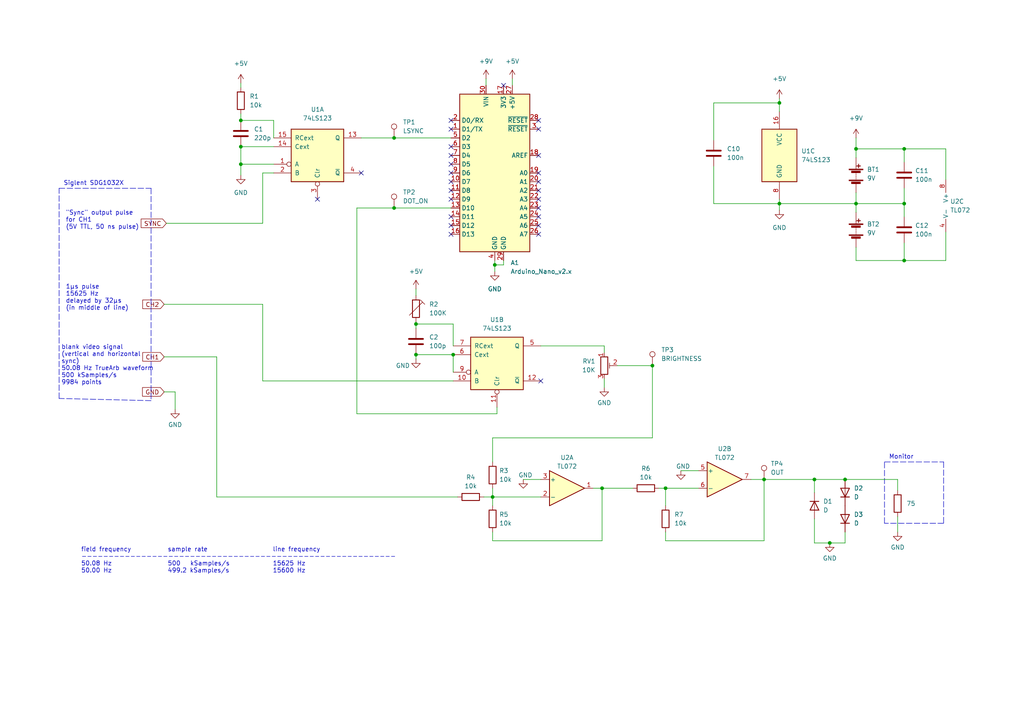
<source format=kicad_sch>
(kicad_sch (version 20211123) (generator eeschema)
  (paper "A4")
  (title_block (title "Test video signal generation") (date "2024-09-18") (company "Edwin Steiner"))
  (lib_symbols
    (symbol "74xx:74LS123" (pin_names (offset 1.016))
      (property "Reference" "U" (at -7.62 8.89 0))
      (property "Value" "74LS123" (at -7.62 -8.89 0))
      (symbol "74LS123_1_0"
        (pin input inverted (at -12.7 -2.54 0) (length 5.08) (name "A") (number "1"))
        (pin output line (at 12.7 5.08 180) (length 5.08) (name "Q") (number "13"))
        (pin input line (at -12.7 2.54 0) (length 5.08) (name "Cext") (number "14"))
        (pin input line (at -12.7 5.08 0) (length 5.08) (name "RCext") (number "15"))
        (pin input line (at -12.7 -5.08 0) (length 5.08) (name "B") (number "2"))
        (pin input inverted (at 0 -12.7 90) (length 5.08) (name "Clr") (number "3"))
        (pin output line (at 12.7 -5.08 180) (length 5.08) (name "~{Q}") (number "4"))
      )
      (symbol "74LS123_1_1"
        (rectangle (start -7.62 7.62) (end 7.62 -7.62) (stroke (width 0.254)) (fill (type background)))
      )
      (symbol "74LS123_2_0"
        (pin input line (at -12.7 -5.08 0) (length 5.08) (name "B") (number "10"))
        (pin input inverted (at 0 -12.7 90) (length 5.08) (name "Clr") (number "11"))
        (pin output line (at 12.7 -5.08 180) (length 5.08) (name "~{Q}") (number "12"))
        (pin output line (at 12.7 5.08 180) (length 5.08) (name "Q") (number "5"))
        (pin input line (at -12.7 2.54 0) (length 5.08) (name "Cext") (number "6"))
        (pin input line (at -12.7 5.08 0) (length 5.08) (name "RCext") (number "7"))
        (pin input inverted (at -12.7 -2.54 0) (length 5.08) (name "A") (number "9"))
      )
      (symbol "74LS123_2_1"
        (rectangle (start -7.62 7.62) (end 7.62 -7.62) (stroke (width 0.254)) (fill (type background)))
      )
      (symbol "74LS123_3_0"
        (pin power_in line (at 0 12.7 270) (length 5.08) (name "VCC") (number "16"))
        (pin power_in line (at 0 -12.7 90) (length 5.08) (name "GND") (number "8"))
      )
      (symbol "74LS123_3_1"
        (rectangle (start -5.08 7.62) (end 5.08 -7.62) (stroke (width 0.254)) (fill (type background)))
      )
    )
    (symbol "Amplifier_Operational:TL072" (pin_names (offset 0.127))
      (property "Reference" "U" (at 0 5.08 0))
      (property "Value" "TL072" (at 0 -5.08 0))
      (symbol "TL072_1_1"
        (polyline (pts (xy -5.08 5.08) (xy 5.08 0) (xy -5.08 -5.08) (xy -5.08 5.08)) (stroke (width 0.254)) (fill (type background)))
        (pin output line (at 7.62 0 180) (length 2.54) (name "~") (number "1"))
        (pin input line (at -7.62 -2.54 0) (length 2.54) (name "-") (number "2"))
        (pin input line (at -7.62 2.54 0) (length 2.54) (name "+") (number "3"))
      )
      (symbol "TL072_2_1"
        (polyline (pts (xy -5.08 5.08) (xy 5.08 0) (xy -5.08 -5.08) (xy -5.08 5.08)) (stroke (width 0.254)) (fill (type background)))
        (pin input line (at -7.62 2.54 0) (length 2.54) (name "+") (number "5"))
        (pin input line (at -7.62 -2.54 0) (length 2.54) (name "-") (number "6"))
        (pin output line (at 7.62 0 180) (length 2.54) (name "~") (number "7"))
      )
      (symbol "TL072_3_1"
        (pin power_in line (at -2.54 -7.62 90) (length 3.81) (name "V-") (number "4"))
        (pin power_in line (at -2.54 7.62 270) (length 3.81) (name "V+") (number "8"))
      )
    )
    (symbol "Connector:TestPoint" (pin_numbers hide) (pin_names (offset 0.762) hide)
      (property "Reference" "TP" (at 0 6.858 0))
      (property "Value" "TestPoint" (at 0 5.08 0))
      (symbol "TestPoint_0_1"
        (circle (center 0 3.302) (radius 0.762))
      )
      (symbol "TestPoint_1_1"
        (pin passive line (at 0 0 90) (length 2.54) (name "1") (number "1"))
      )
    )
    (symbol "Device:Battery" (pin_numbers hide) (pin_names (offset 0) hide)
      (property "Reference" "BT" (at 2.54 2.54 0))
      (property "Value" "Battery" (at 2.54 0 0))
      (symbol "Battery_0_1"
        (rectangle (start -2.032 -1.397) (end 2.032 -1.651) (fill (type outline)))
        (rectangle (start -2.032 1.778) (end 2.032 1.524) (fill (type outline)))
        (rectangle (start -1.3208 -1.9812) (end 1.27 -2.4892) (fill (type outline)))
        (rectangle (start -1.3208 1.1938) (end 1.27 0.6858) (fill (type outline)))
        (polyline (pts (xy 0 -1.524) (xy 0 -1.27)))
        (polyline (pts (xy 0 -1.016) (xy 0 -0.762)))
        (polyline (pts (xy 0 -0.508) (xy 0 -0.254)))
        (polyline (pts (xy 0 0) (xy 0 0.254)))
        (polyline (pts (xy 0 0.508) (xy 0 0.762)))
        (polyline (pts (xy 0 1.778) (xy 0 2.54)))
        (polyline (pts (xy 0.254 2.667) (xy 1.27 2.667)) (stroke (width 0.254)))
        (polyline (pts (xy 0.762 3.175) (xy 0.762 2.159)) (stroke (width 0.254)))
      )
      (symbol "Battery_1_1"
        (pin passive line (at 0 5.08 270) (length 2.54) (name "+") (number "1"))
        (pin passive line (at 0 -5.08 90) (length 2.54) (name "-") (number "2"))
      )
    )
    (symbol "Device:C" (pin_numbers hide) (pin_names (offset 0.254))
      (property "Reference" "C" (at 0.635 2.54 0))
      (property "Value" "C" (at 0.635 -2.54 0))
      (symbol "C_0_1"
        (polyline (pts (xy -2.032 -0.762) (xy 2.032 -0.762)) (stroke (width 0.508)))
        (polyline (pts (xy -2.032 0.762) (xy 2.032 0.762)) (stroke (width 0.508)))
      )
      (symbol "C_1_1"
        (pin passive line (at 0 3.81 270) (length 2.794) (name "~") (number "1"))
        (pin passive line (at 0 -3.81 90) (length 2.794) (name "~") (number "2"))
      )
    )
    (symbol "Device:D" (pin_numbers hide) (pin_names (offset 1.016) hide)
      (property "Reference" "D" (at 0 2.54 0))
      (property "Value" "D" (at 0 -2.54 0))
      (symbol "D_0_1"
        (polyline (pts (xy -1.27 1.27) (xy -1.27 -1.27)) (stroke (width 0.254)))
        (polyline (pts (xy 1.27 0) (xy -1.27 0)))
        (polyline (pts (xy 1.27 1.27) (xy 1.27 -1.27) (xy -1.27 0) (xy 1.27 1.27)) (stroke (width 0.254)))
      )
      (symbol "D_1_1"
        (pin passive line (at -3.81 0 0) (length 2.54) (name "K") (number "1"))
        (pin passive line (at 3.81 0 180) (length 2.54) (name "A") (number "2"))
      )
    )
    (symbol "Device:R" (pin_numbers hide) (pin_names (offset 0))
      (property "Reference" "R" (at 2.032 0 90))
      (property "Value" "R" (at 0 0 90))
      (symbol "R_0_1"
        (rectangle (start -1.016 -2.54) (end 1.016 2.54) (stroke (width 0.254)))
      )
      (symbol "R_1_1"
        (pin passive line (at 0 3.81 270) (length 1.27) (name "~") (number "1"))
        (pin passive line (at 0 -3.81 90) (length 1.27) (name "~") (number "2"))
      )
    )
    (symbol "Device:R_Potentiometer_Trim" (pin_names (offset 1.016) hide)
      (property "Reference" "RV" (at -4.445 0 90))
      (property "Value" "R_Potentiometer_Trim" (at -2.54 0 90))
      (symbol "R_Potentiometer_Trim_0_1"
        (polyline (pts (xy 1.524 0.762) (xy 1.524 -0.762)))
        (polyline (pts (xy 2.54 0) (xy 1.524 0)))
        (rectangle (start 1.016 2.54) (end -1.016 -2.54) (stroke (width 0.254)))
      )
      (symbol "R_Potentiometer_Trim_1_1"
        (pin passive line (at 0 3.81 270) (length 1.27) (name "1") (number "1"))
        (pin passive line (at 3.81 0 180) (length 1.27) (name "2") (number "2"))
        (pin passive line (at 0 -3.81 90) (length 1.27) (name "3") (number "3"))
      )
    )
    (symbol "Device:R_Trim" (pin_numbers hide) (pin_names (offset 0))
      (property "Reference" "R" (at 2.54 -2.54 90))
      (property "Value" "R_Trim" (at -2.54 -0.635 90))
      (symbol "R_Trim_0_1"
        (rectangle (start -1.016 -2.54) (end 1.016 2.54) (stroke (width 0.254)))
        (polyline (pts (xy -1.905 -1.905) (xy 1.905 1.905) (xy 2.54 1.27) (xy 1.27 2.54)))
      )
      (symbol "R_Trim_1_1"
        (pin passive line (at 0 3.81 270) (length 1.27) (name "~") (number "1"))
        (pin passive line (at 0 -3.81 90) (length 1.27) (name "~") (number "2"))
      )
    )
    (symbol "MCU_Module:Arduino_Nano_v2.x"
      (property "Reference" "A" (at -10.16 23.495 0))
      (property "Value" "Arduino_Nano_v2.x" (at 5.08 -24.13 0))
      (symbol "Arduino_Nano_v2.x_0_1"
        (rectangle (start -10.16 22.86) (end 10.16 -22.86) (stroke (width 0.254)) (fill (type background)))
      )
      (symbol "Arduino_Nano_v2.x_1_1"
        (pin bidirectional line (at -12.7 12.7 0) (length 2.54) (name "D1/TX") (number "1"))
        (pin bidirectional line (at -12.7 -2.54 0) (length 2.54) (name "D7") (number "10"))
        (pin bidirectional line (at -12.7 -5.08 0) (length 2.54) (name "D8") (number "11"))
        (pin bidirectional line (at -12.7 -7.62 0) (length 2.54) (name "D9") (number "12"))
        (pin bidirectional line (at -12.7 -10.16 0) (length 2.54) (name "D10") (number "13"))
        (pin bidirectional line (at -12.7 -12.7 0) (length 2.54) (name "D11") (number "14"))
        (pin bidirectional line (at -12.7 -15.24 0) (length 2.54) (name "D12") (number "15"))
        (pin bidirectional line (at -12.7 -17.78 0) (length 2.54) (name "D13") (number "16"))
        (pin power_out line (at 2.54 25.4 270) (length 2.54) (name "3V3") (number "17"))
        (pin input line (at 12.7 5.08 180) (length 2.54) (name "AREF") (number "18"))
        (pin bidirectional line (at 12.7 0 180) (length 2.54) (name "A0") (number "19"))
        (pin bidirectional line (at -12.7 15.24 0) (length 2.54) (name "D0/RX") (number "2"))
        (pin bidirectional line (at 12.7 -2.54 180) (length 2.54) (name "A1") (number "20"))
        (pin bidirectional line (at 12.7 -5.08 180) (length 2.54) (name "A2") (number "21"))
        (pin bidirectional line (at 12.7 -7.62 180) (length 2.54) (name "A3") (number "22"))
        (pin bidirectional line (at 12.7 -10.16 180) (length 2.54) (name "A4") (number "23"))
        (pin bidirectional line (at 12.7 -12.7 180) (length 2.54) (name "A5") (number "24"))
        (pin bidirectional line (at 12.7 -15.24 180) (length 2.54) (name "A6") (number "25"))
        (pin bidirectional line (at 12.7 -17.78 180) (length 2.54) (name "A7") (number "26"))
        (pin power_out line (at 5.08 25.4 270) (length 2.54) (name "+5V") (number "27"))
        (pin input line (at 12.7 15.24 180) (length 2.54) (name "~{RESET}") (number "28"))
        (pin power_in line (at 2.54 -25.4 90) (length 2.54) (name "GND") (number "29"))
        (pin input line (at 12.7 12.7 180) (length 2.54) (name "~{RESET}") (number "3"))
        (pin power_in line (at -2.54 25.4 270) (length 2.54) (name "VIN") (number "30"))
        (pin power_in line (at 0 -25.4 90) (length 2.54) (name "GND") (number "4"))
        (pin bidirectional line (at -12.7 10.16 0) (length 2.54) (name "D2") (number "5"))
        (pin bidirectional line (at -12.7 7.62 0) (length 2.54) (name "D3") (number "6"))
        (pin bidirectional line (at -12.7 5.08 0) (length 2.54) (name "D4") (number "7"))
        (pin bidirectional line (at -12.7 2.54 0) (length 2.54) (name "D5") (number "8"))
        (pin bidirectional line (at -12.7 0 0) (length 2.54) (name "D6") (number "9"))
      )
    )
    (symbol "power:+5V" (power) (pin_names (offset 0))
      (property "Value" "+5V" (at 0 3.556 0))
      (symbol "+5V_0_1"
        (polyline (pts (xy -0.762 1.27) (xy 0 2.54)))
        (polyline (pts (xy 0 0) (xy 0 2.54)))
        (polyline (pts (xy 0 2.54) (xy 0.762 1.27)))
      )
      (symbol "+5V_1_1"
        (pin power_in line (at 0 0 90) (length 0) hide (name "+5V") (number "1"))
      )
    )
    (symbol "power:+9V" (power) (pin_names (offset 0))
      (property "Value" "+9V" (at 0 3.556 0))
      (symbol "+9V_0_1"
        (polyline (pts (xy -0.762 1.27) (xy 0 2.54)))
        (polyline (pts (xy 0 0) (xy 0 2.54)))
        (polyline (pts (xy 0 2.54) (xy 0.762 1.27)))
      )
      (symbol "+9V_1_1"
        (pin power_in line (at 0 0 90) (length 0) hide (name "+9V") (number "1"))
      )
    )
    (symbol "power:GND" (power) (pin_names (offset 0))
      (property "Value" "GND" (at 0 -3.81 0))
      (symbol "GND_0_1"
        (polyline (pts (xy 0 0) (xy 0 -1.27) (xy 1.27 -1.27) (xy 0 -2.54) (xy -1.27 -1.27) (xy 0 -1.27)))
      )
      (symbol "GND_1_1"
        (pin power_in line (at 0 0 270) (length 0) hide (name "GND") (number "1"))
      )
    )
  )
  (junction (at 262.255 59.055))
  (junction (at 262.255 43.18))
  (junction (at 69.85 34.925))
  (junction (at 248.285 59.055))
  (junction (at 226.06 59.055))
  (junction (at 120.65 93.98))
  (junction (at 226.06 29.845))
  (junction (at 174.625 141.605))
  (junction (at 262.255 75.565))
  (junction (at 69.85 42.545))
  (junction (at 248.285 43.18))
  (junction (at 120.65 102.87))
  (junction (at 245.11 139.065))
  (junction (at 114.3 60.325))
  (junction (at 114.3 40.005))
  (junction (at 69.85 47.625))
  (junction (at 193.04 141.605))
  (junction (at 240.665 157.48))
  (junction (at 142.875 144.145))
  (junction (at 221.615 139.065))
  (junction (at 143.51 76.835))
  (junction (at 236.22 139.065))
  (junction (at 189.23 106.045))
  (junction (at 131.445 102.87))
  (no_connect (at 156.21 67.945))
  (no_connect (at 156.21 65.405))
  (no_connect (at 92.075 57.785))
  (no_connect (at 156.21 34.925))
  (no_connect (at 156.21 37.465))
  (no_connect (at 156.21 52.705))
  (no_connect (at 104.775 50.165))
  (no_connect (at 130.81 37.465))
  (no_connect (at 156.21 62.865))
  (no_connect (at 130.81 57.785))
  (no_connect (at 130.81 47.625))
  (no_connect (at 130.81 45.085))
  (no_connect (at 156.21 50.165))
  (no_connect (at 156.21 57.785))
  (no_connect (at 130.81 34.925))
  (no_connect (at 130.81 65.405))
  (no_connect (at 130.81 55.245))
  (no_connect (at 130.81 67.945))
  (no_connect (at 156.21 55.245))
  (no_connect (at 146.05 24.765))
  (no_connect (at 156.21 60.325))
  (no_connect (at 130.81 50.165))
  (no_connect (at 156.21 45.085))
  (no_connect (at 130.81 42.545))
  (no_connect (at 130.81 62.865))
  (no_connect (at 130.81 52.705))
  (no_connect (at 156.845 110.49))
  (wire (pts (xy 143.51 75.565) (xy 143.51 76.835)))
  (wire (pts (xy 262.255 70.485) (xy 262.255 75.565)))
  (polyline (pts (xy 256.54 133.985) (xy 273.685 133.985)))
  (wire (pts (xy 76.2 110.49) (xy 131.445 110.49)))
  (wire (pts (xy 207.01 29.845) (xy 226.06 29.845)))
  (wire (pts (xy 142.875 127) (xy 189.23 127)))
  (wire (pts (xy 193.04 156.845) (xy 193.04 154.305)))
  (wire (pts (xy 76.2 88.265) (xy 76.2 110.49)))
  (wire (pts (xy 260.35 149.86) (xy 260.35 154.305)))
  (wire (pts (xy 193.04 141.605) (xy 193.04 146.685)))
  (wire (pts (xy 69.85 33.02) (xy 69.85 34.925)))
  (wire (pts (xy 62.865 103.505) (xy 62.865 144.145)))
  (wire (pts (xy 175.26 109.855) (xy 175.26 112.395)))
  (wire (pts (xy 207.01 48.26) (xy 207.01 59.055)))
  (wire (pts (xy 236.22 150.495) (xy 236.22 157.48)))
  (wire (pts (xy 79.375 34.925) (xy 79.375 40.005)))
  (wire (pts (xy 103.505 60.325) (xy 114.3 60.325)))
  (polyline (pts (xy 43.815 54.61) (xy 43.815 116.205)))
  (wire (pts (xy 62.865 144.145) (xy 132.715 144.145)))
  (wire (pts (xy 245.11 157.48) (xy 245.11 154.305)))
  (wire (pts (xy 69.85 34.925) (xy 79.375 34.925)))
  (wire (pts (xy 193.04 141.605) (xy 202.565 141.605)))
  (wire (pts (xy 69.85 24.13) (xy 69.85 25.4)))
  (wire (pts (xy 48.26 64.77) (xy 76.2 64.77)))
  (polyline (pts (xy 256.54 151.765) (xy 256.54 133.985)))
  (wire (pts (xy 226.06 28.575) (xy 226.06 29.845)))
  (wire (pts (xy 114.3 40.005) (xy 130.81 40.005)))
  (wire (pts (xy 50.8 113.665) (xy 50.8 118.745)))
  (wire (pts (xy 189.23 106.045) (xy 189.23 127)))
  (wire (pts (xy 140.97 22.86) (xy 140.97 24.765)))
  (wire (pts (xy 274.32 75.565) (xy 274.32 67.31)))
  (wire (pts (xy 76.2 50.165) (xy 79.375 50.165)))
  (wire (pts (xy 142.875 127) (xy 142.875 133.985)))
  (wire (pts (xy 76.2 64.77) (xy 76.2 50.165)))
  (wire (pts (xy 248.285 55.88) (xy 248.285 59.055)))
  (wire (pts (xy 69.85 47.625) (xy 79.375 47.625)))
  (wire (pts (xy 144.145 120.015) (xy 144.145 118.11)))
  (wire (pts (xy 240.665 157.48) (xy 245.11 157.48)))
  (wire (pts (xy 120.65 102.87) (xy 131.445 102.87)))
  (wire (pts (xy 248.285 45.72) (xy 248.285 43.18)))
  (wire (pts (xy 47.625 103.505) (xy 62.865 103.505)))
  (wire (pts (xy 226.06 59.055) (xy 248.285 59.055)))
  (wire (pts (xy 183.515 141.605) (xy 174.625 141.605)))
  (wire (pts (xy 236.22 157.48) (xy 240.665 157.48)))
  (polyline (pts (xy 43.815 116.205) (xy 17.145 115.57)))
  (wire (pts (xy 221.615 139.065) (xy 221.615 156.845)))
  (wire (pts (xy 260.35 142.24) (xy 260.35 139.065)))
  (wire (pts (xy 146.05 75.565) (xy 146.05 76.835)))
  (wire (pts (xy 148.59 22.86) (xy 148.59 24.765)))
  (wire (pts (xy 226.06 57.785) (xy 226.06 59.055)))
  (wire (pts (xy 172.085 141.605) (xy 174.625 141.605)))
  (wire (pts (xy 221.615 156.845) (xy 193.04 156.845)))
  (wire (pts (xy 120.65 102.87) (xy 120.65 104.14)))
  (wire (pts (xy 262.255 75.565) (xy 274.32 75.565)))
  (wire (pts (xy 191.135 141.605) (xy 193.04 141.605)))
  (wire (pts (xy 103.505 120.015) (xy 144.145 120.015)))
  (wire (pts (xy 236.22 139.065) (xy 236.22 142.875)))
  (wire (pts (xy 120.65 93.98) (xy 131.445 93.98)))
  (wire (pts (xy 174.625 141.605) (xy 174.625 156.845)))
  (wire (pts (xy 156.845 100.33) (xy 175.26 100.33)))
  (wire (pts (xy 262.255 54.61) (xy 262.255 59.055)))
  (wire (pts (xy 221.615 139.065) (xy 236.22 139.065)))
  (wire (pts (xy 245.11 139.065) (xy 236.22 139.065)))
  (wire (pts (xy 143.51 76.835) (xy 143.51 78.74)))
  (wire (pts (xy 262.255 59.055) (xy 262.255 62.865)))
  (wire (pts (xy 120.65 83.82) (xy 120.65 85.725)))
  (wire (pts (xy 142.875 144.145) (xy 142.875 146.685)))
  (wire (pts (xy 47.625 88.265) (xy 76.2 88.265)))
  (wire (pts (xy 143.51 76.835) (xy 146.05 76.835)))
  (wire (pts (xy 69.85 42.545) (xy 69.85 47.625)))
  (wire (pts (xy 142.875 144.145) (xy 156.845 144.145)))
  (wire (pts (xy 175.26 100.33) (xy 175.26 102.235)))
  (wire (pts (xy 217.805 139.065) (xy 221.615 139.065)))
  (wire (pts (xy 103.505 60.325) (xy 103.505 120.015)))
  (wire (pts (xy 226.06 59.055) (xy 226.06 60.96)))
  (wire (pts (xy 248.285 59.055) (xy 262.255 59.055)))
  (wire (pts (xy 151.765 139.065) (xy 156.845 139.065)))
  (wire (pts (xy 274.32 43.18) (xy 274.32 52.07)))
  (wire (pts (xy 114.3 60.325) (xy 130.81 60.325)))
  (wire (pts (xy 248.285 75.565) (xy 262.255 75.565)))
  (polyline (pts (xy 17.145 54.61) (xy 43.815 54.61)))
  (wire (pts (xy 179.07 106.045) (xy 189.23 106.045)))
  (polyline (pts (xy 273.685 151.765) (xy 256.54 151.765)))
  (wire (pts (xy 226.06 29.845) (xy 226.06 32.385)))
  (wire (pts (xy 47.625 113.665) (xy 50.8 113.665)))
  (wire (pts (xy 174.625 156.845) (xy 142.875 156.845)))
  (wire (pts (xy 197.485 136.525) (xy 202.565 136.525)))
  (wire (pts (xy 260.35 139.065) (xy 245.11 139.065)))
  (wire (pts (xy 262.255 43.18) (xy 262.255 46.99)))
  (wire (pts (xy 120.65 93.345) (xy 120.65 93.98)))
  (wire (pts (xy 131.445 93.98) (xy 131.445 100.33)))
  (wire (pts (xy 131.445 102.87) (xy 131.445 107.95)))
  (polyline (pts (xy 17.145 115.57) (xy 17.145 54.61)))
  (wire (pts (xy 142.875 141.605) (xy 142.875 144.145)))
  (wire (pts (xy 248.285 40.005) (xy 248.285 43.18)))
  (wire (pts (xy 79.375 42.545) (xy 69.85 42.545)))
  (wire (pts (xy 248.285 59.055) (xy 248.285 61.595)))
  (wire (pts (xy 120.65 93.98) (xy 120.65 95.25)))
  (wire (pts (xy 104.775 40.005) (xy 114.3 40.005)))
  (wire (pts (xy 69.85 50.8) (xy 69.85 47.625)))
  (wire (pts (xy 207.01 59.055) (xy 226.06 59.055)))
  (wire (pts (xy 140.335 144.145) (xy 142.875 144.145)))
  (wire (pts (xy 262.255 43.18) (xy 274.32 43.18)))
  (wire (pts (xy 142.875 156.845) (xy 142.875 154.305)))
  (wire (pts (xy 248.285 43.18) (xy 262.255 43.18)))
  (polyline (pts (xy 273.685 133.985) (xy 273.685 151.765)))
  (wire (pts (xy 248.285 71.755) (xy 248.285 75.565)))
  (wire (pts (xy 207.01 40.64) (xy 207.01 29.845)))
  (text "Monitor" (at 257.81 133.35 0) (effects (font (size 1.27 1.27)) (justify left bottom)))
  (text "blank video signal\n(vertical and horizontal\nsync)\n50.08 Hz TrueArb waveform\n500 kSamples/s\n9984 points" (at 17.78 111.76 0) (effects (font (size 1.27 1.27)) (justify left bottom)))
  (text "1µs pulse\n15625 Hz\ndelayed by 32µs\n(in middle of line)" (at 19.05 90.17 0) (effects (font (size 1.27 1.27)) (justify left bottom)))
  (text "field frequency		sample rate				line frequency\n----------------------------------------------------------\n50.08 Hz			500   kSamples/s		15625 Hz\n50.00 Hz			499.2 kSamples/s		15600 Hz" (at 23.495 166.37 0) (effects (font (size 1.27 1.27)) (justify left bottom)))
  (text "Siglent SDG1032X" (at 18.415 53.975 0) (effects (font (size 1.27 1.27)) (justify left bottom)))
  (text "\"Sync\" output pulse\nfor CH1\n(5V TTL, 50 ns pulse)" (at 19.05 66.675 0) (effects (font (size 1.27 1.27)) (justify left bottom)))
  (global_label "SYNC" (shape input) (at 48.26 64.77 180) (property "Intersheet References" "${INTERSHEET_REFS}" (effects hide)))
  (global_label "CH1" (shape input) (at 47.625 103.505 180) (property "Intersheet References" "${INTERSHEET_REFS}" (effects hide)))
  (global_label "CH2" (shape input) (at 47.625 88.265 180) (property "Intersheet References" "${INTERSHEET_REFS}" (effects hide)))
  (global_label "GND" (shape input) (at 47.625 113.665 180) (property "Intersheet References" "${INTERSHEET_REFS}" (effects hide)))
  (symbol (lib_id "Device:D") (at 236.22 146.685 270) (unit 1)
    (property "Reference" "D1" (at 238.76 145.4149 90) (effects (justify left)))
    (property "Value" "D" (at 238.76 147.9549 90) (effects (justify left)))
  )
  (symbol (lib_id "Device:R") (at 260.35 146.05 0) (unit 1) (in_bom no) (on_board no)
    (property "Reference" "R1000" (effects hide))
    (property "Value" "75" (at 262.89 146.0499 0) (effects (justify left)))
  )
  (symbol (lib_id "Device:C") (at 207.01 44.45 0) (unit 1)
    (property "Reference" "C10" (at 210.82 43.1799 0) (effects (justify left)))
    (property "Value" "100n" (at 210.82 45.7199 0) (effects (justify left)))
  )
  (symbol (lib_id "Device:D") (at 245.11 150.495 90) (unit 1)
    (property "Reference" "D3" (at 247.65 149.2249 90) (effects (justify right)))
    (property "Value" "D" (at 247.65 151.7649 90) (effects (justify right)))
  )
  (symbol (lib_id "power:+5V") (at 120.65 83.82 0) (unit 1)
    (property "Reference" "#PWR0104" (effects hide))
    (property "Value" "+5V" (at 120.65 78.74 0))
  )
  (symbol (lib_id "Device:C") (at 262.255 50.8 0) (unit 1)
    (property "Reference" "C11" (at 265.43 49.53 0) (effects (justify left)))
    (property "Value" "100n" (at 265.43 52.07 0) (effects (justify left)))
  )
  (symbol (lib_id "Device:C") (at 69.85 38.735 0) (unit 1)
    (property "Reference" "C1" (at 73.66 37.4649 0) (effects (justify left)))
    (property "Value" "220p" (at 73.66 40.0049 0) (effects (justify left)))
  )
  (symbol (lib_id "Device:R") (at 187.325 141.605 90) (unit 1)
    (property "Reference" "R6" (at 187.325 135.89 90))
    (property "Value" "10k" (at 187.325 138.43 90))
  )
  (symbol (lib_id "power:+9V") (at 248.285 40.005 0) (unit 1)
    (property "Reference" "#PWR0114" (effects hide))
    (property "Value" "+9V" (at 248.285 34.29 0))
  )
  (symbol (lib_id "power:GND") (at 226.06 60.96 0) (unit 1)
    (property "Reference" "#PWR0113" (effects hide))
    (property "Value" "GND" (at 226.06 66.04 0))
  )
  (symbol (lib_id "Device:C") (at 262.255 66.675 0) (unit 1)
    (property "Reference" "C12" (at 265.43 65.405 0) (effects (justify left)))
    (property "Value" "100n" (at 265.43 67.945 0) (effects (justify left)))
  )
  (symbol (lib_id "Device:Battery") (at 248.285 50.8 0) (unit 1)
    (property "Reference" "BT1" (at 251.46 49.1489 0) (effects (justify left)))
    (property "Value" "9V" (at 251.46 51.6889 0) (effects (justify left)))
  )
  (symbol (lib_id "74xx:74LS123") (at 92.075 45.085 0) (unit 1)
    (property "Reference" "U1" (at 92.075 31.75 0))
    (property "Value" "74LS123" (at 92.075 34.29 0))
    (property "Datasheet" "http://www.ti.com/lit/gpn/sn74LS123" (effects hide))
  )
  (symbol (lib_id "Device:R") (at 69.85 29.21 0) (unit 1)
    (property "Reference" "R1" (at 72.39 27.9399 0) (effects (justify left)))
    (property "Value" "10k" (at 72.39 30.4799 0) (effects (justify left)))
  )
  (symbol (lib_id "Device:R_Potentiometer_Trim") (at 175.26 106.045 0) (unit 1)
    (property "Reference" "RV1" (at 172.72 104.7749 0) (effects (justify right)))
    (property "Value" "10K" (at 172.72 107.3149 0) (effects (justify right)))
  )
  (symbol (lib_id "power:+5V") (at 226.06 28.575 0) (unit 1)
    (property "Reference" "#PWR0112" (effects hide))
    (property "Value" "+5V" (at 226.06 22.86 0))
  )
  (symbol (lib_id "power:+5V") (at 69.85 24.13 0) (unit 1)
    (property "Reference" "#PWR0115" (effects hide))
    (property "Value" "+5V" (at 69.85 18.415 0))
  )
  (symbol (lib_id "Device:R") (at 142.875 150.495 180) (unit 1)
    (property "Reference" "R5" (at 144.78 149.2249 0) (effects (justify right)))
    (property "Value" "10k" (at 144.78 151.7649 0) (effects (justify right)))
  )
  (symbol (lib_id "Device:R") (at 193.04 150.495 0) (unit 1)
    (property "Reference" "R7" (at 195.58 149.2249 0) (effects (justify left)))
    (property "Value" "10k" (at 195.58 151.7649 0) (effects (justify left)))
  )
  (symbol (lib_id "power:GND") (at 50.8 118.745 0) (unit 1)
    (property "Reference" "#PWR0103" (effects hide))
    (property "Value" "GND" (at 50.8 123.19 0))
  )
  (symbol (lib_id "Connector:TestPoint") (at 114.3 60.325 0) (unit 1)
    (property "Reference" "TP2" (at 116.84 55.7529 0) (effects (justify left)))
    (property "Value" "DOT_ON" (at 116.84 58.2929 0) (effects (justify left)))
  )
  (symbol (lib_id "74xx:74LS123") (at 144.145 105.41 0) (unit 2)
    (property "Reference" "U1" (at 144.145 92.71 0))
    (property "Value" "74LS123" (at 144.145 95.25 0))
    (property "Datasheet" "http://www.ti.com/lit/gpn/sn74LS123" (effects hide))
  )
  (symbol (lib_id "Connector:TestPoint") (at 221.615 139.065 0) (unit 1)
    (property "Reference" "TP4" (at 223.52 134.4929 0) (effects (justify left)))
    (property "Value" "OUT" (at 223.52 137.0329 0) (effects (justify left)))
  )
  (symbol (lib_id "power:+9V") (at 140.97 22.86 0) (unit 1)
    (property "Reference" "#PWR0101" (effects hide))
    (property "Value" "+9V" (at 140.97 17.78 0))
  )
  (symbol (lib_id "Device:R") (at 142.875 137.795 0) (unit 1)
    (property "Reference" "R3" (at 144.78 136.5249 0) (effects (justify left)))
    (property "Value" "10k" (at 144.78 139.0649 0) (effects (justify left)))
  )
  (symbol (lib_id "power:GND") (at 120.65 104.14 0) (unit 1)
    (property "Reference" "#PWR0105" (effects hide))
    (property "Value" "GND" (at 116.84 106.045 0))
  )
  (symbol (lib_id "74xx:74LS123") (at 226.06 45.085 0) (unit 3)
    (property "Reference" "U1" (at 232.41 43.8149 0) (effects (justify left)))
    (property "Value" "74LS123" (at 232.41 46.3549 0) (effects (justify left)))
    (property "Datasheet" "http://www.ti.com/lit/gpn/sn74LS123" (effects hide))
  )
  (symbol (lib_id "power:GND") (at 69.85 50.8 0) (unit 1)
    (property "Reference" "#PWR0116" (effects hide))
    (property "Value" "GND" (at 69.85 55.88 0))
  )
  (symbol (lib_id "power:GND") (at 260.35 154.305 0) (unit 1)
    (property "Reference" "#PWR0110" (effects hide))
    (property "Value" "GND" (at 260.35 158.75 0))
  )
  (symbol (lib_id "Amplifier_Operational:TL072") (at 164.465 141.605 0) (unit 1)
    (property "Reference" "U2" (at 164.465 132.715 0))
    (property "Value" "TL072" (at 164.465 135.255 0))
    (property "Datasheet" "http://www.ti.com/lit/ds/symlink/tl071.pdf" (effects hide))
  )
  (symbol (lib_id "power:GND") (at 143.51 78.74 0) (unit 1)
    (property "Reference" "#PWR0107" (effects hide))
    (property "Value" "GND" (at 143.51 83.82 0))
  )
  (symbol (lib_id "power:GND") (at 197.485 136.525 0) (unit 1)
    (property "Reference" "#PWR0111" (effects hide))
    (property "Value" "GND" (at 198.12 135.255 0))
  )
  (symbol (lib_id "power:GND") (at 151.765 139.065 0) (unit 1)
    (property "Reference" "#PWR0106" (effects hide))
    (property "Value" "GND" (at 152.4 137.795 0))
  )
  (symbol (lib_id "power:GND") (at 175.26 112.395 0) (unit 1)
    (property "Reference" "#PWR0108" (effects hide))
    (property "Value" "GND" (at 175.26 116.84 0))
  )
  (symbol (lib_id "Device:Battery") (at 248.285 66.675 0) (unit 1)
    (property "Reference" "BT2" (at 251.46 65.0239 0) (effects (justify left)))
    (property "Value" "9V" (at 251.46 67.5639 0) (effects (justify left)))
  )
  (symbol (lib_id "Device:C") (at 120.65 99.06 0) (unit 1)
    (property "Reference" "C2" (at 124.46 97.7899 0) (effects (justify left)))
    (property "Value" "100p" (at 124.46 100.3299 0) (effects (justify left)))
  )
  (symbol (lib_id "power:+5V") (at 148.59 22.86 0) (unit 1)
    (property "Reference" "#PWR0102" (effects hide))
    (property "Value" "+5V" (at 148.59 17.78 0))
  )
  (symbol (lib_id "power:GND") (at 240.665 157.48 0) (unit 1)
    (property "Reference" "#PWR0109" (effects hide))
    (property "Value" "GND" (at 240.665 161.925 0))
  )
  (symbol (lib_id "Device:R_Trim") (at 120.65 89.535 0) (unit 1)
    (property "Reference" "R2" (at 124.46 88.2649 0) (effects (justify left)))
    (property "Value" "100K" (at 124.46 90.8049 0) (effects (justify left)))
  )
  (symbol (lib_id "Device:D") (at 245.11 142.875 90) (unit 1)
    (property "Reference" "D2" (at 247.65 141.6049 90) (effects (justify right)))
    (property "Value" "D" (at 247.65 144.1449 90) (effects (justify right)))
  )
  (symbol (lib_id "Connector:TestPoint") (at 189.23 106.045 0) (unit 1)
    (property "Reference" "TP3" (at 191.77 101.4729 0) (effects (justify left)))
    (property "Value" "BRIGHTNESS" (at 191.77 104.0129 0) (effects (justify left)))
  )
  (symbol (lib_id "Device:R") (at 136.525 144.145 90) (unit 1)
    (property "Reference" "R4" (at 136.525 138.43 90))
    (property "Value" "10k" (at 136.525 140.97 90))
  )
  (symbol (lib_id "Connector:TestPoint") (at 114.3 40.005 0) (unit 1)
    (property "Reference" "TP1" (at 116.84 35.4329 0) (effects (justify left)))
    (property "Value" "LSYNC" (at 116.84 37.9729 0) (effects (justify left)))
  )
  (symbol (lib_id "Amplifier_Operational:TL072") (at 276.86 59.69 0) (unit 3)
    (property "Reference" "U2" (at 275.59 58.4199 0) (effects (justify left)))
    (property "Value" "TL072" (at 275.59 60.9599 0) (effects (justify left)))
    (property "Datasheet" "http://www.ti.com/lit/ds/symlink/tl071.pdf" (effects hide))
  )
  (symbol (lib_id "Amplifier_Operational:TL072") (at 210.185 139.065 0) (unit 2)
    (property "Reference" "U2" (at 210.185 130.175 0))
    (property "Value" "TL072" (at 210.185 132.715 0))
    (property "Datasheet" "http://www.ti.com/lit/ds/symlink/tl071.pdf" (effects hide))
  )
  (symbol (lib_id "MCU_Module:Arduino_Nano_v2.x") (at 143.51 50.165 0) (unit 1)
    (property "Reference" "A1" (at 148.0694 76.2 0) (effects (justify left)))
    (property "Value" "Arduino_Nano_v2.x" (at 148.0694 78.74 0) (effects (justify left)))
    (property "Footprint" "Module:Arduino_Nano" (effects hide))
    (property "Datasheet" "https://www.arduino.cc/en/uploads/Main/ArduinoNanoManual23.pdf" (effects hide))
  )
)
</source>
